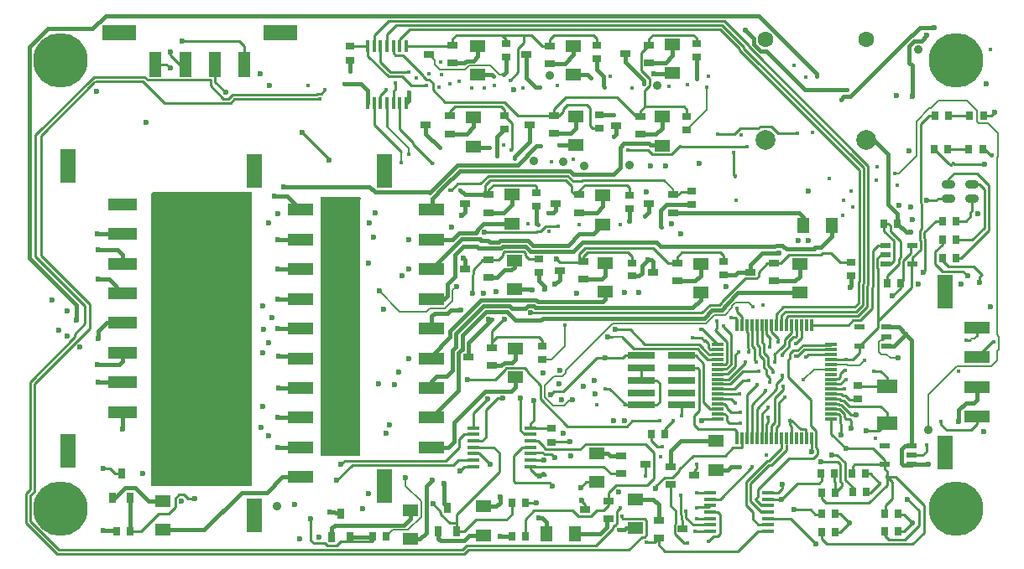
<source format=gtl>
G04 Layer_Physical_Order=1*
G04 Layer_Color=255*
%FSLAX44Y44*%
%MOMM*%
G71*
G01*
G75*
%ADD10R,1.6500X3.4300*%
%ADD11R,2.5400X1.2700*%
%ADD12R,0.9500X0.7500*%
%ADD13R,1.2600X0.3600*%
%ADD14R,1.6000X1.2000*%
%ADD15R,1.0000X0.6500*%
%ADD16R,0.8000X0.9500*%
%ADD17R,1.0000X0.6000*%
%ADD18R,2.8000X0.7500*%
%ADD19R,1.6500X3.4300*%
%ADD20R,1.2700X2.5400*%
%ADD21R,3.4300X1.6500*%
%ADD22R,0.7500X0.9500*%
%ADD23R,2.1500X1.4500*%
%ADD24R,0.9500X0.8000*%
%ADD25R,0.3000X1.2000*%
%ADD26R,1.2000X0.3000*%
%ADD27O,1.4000X0.9000*%
%ADD28R,0.6500X1.0000*%
%ADD29R,0.3600X1.2600*%
%ADD30R,1.2000X1.6000*%
%ADD31R,2.9200X1.2700*%
%ADD32C,0.4000*%
%ADD33C,0.2500*%
%ADD34C,0.2000*%
%ADD35C,5.5000*%
%ADD36C,1.6000*%
%ADD37C,2.0000*%
%ADD38C,0.4500*%
%ADD39C,0.9000*%
%ADD40C,0.6000*%
%ADD41C,0.5400*%
G36*
X492750Y322500D02*
X391500D01*
X391251Y618585D01*
X392665Y620000D01*
X492750D01*
Y322500D01*
D02*
G37*
G36*
X603152Y613152D02*
X602500Y612500D01*
Y353000D01*
X562500D01*
Y614750D01*
X562750Y615000D01*
X602387D01*
X603152Y613152D01*
D02*
G37*
D10*
X495200Y292950D02*
D03*
Y640850D02*
D03*
X626950Y322950D02*
D03*
Y640850D02*
D03*
X307850Y646600D02*
D03*
Y358700D02*
D03*
D11*
X448200Y331900D02*
D03*
Y361900D02*
D03*
Y391900D02*
D03*
Y421900D02*
D03*
Y451900D02*
D03*
Y481900D02*
D03*
Y511900D02*
D03*
Y541900D02*
D03*
Y571900D02*
D03*
Y601900D02*
D03*
X542200Y331900D02*
D03*
Y361900D02*
D03*
Y391900D02*
D03*
Y421900D02*
D03*
Y451900D02*
D03*
Y481900D02*
D03*
Y511900D02*
D03*
Y541900D02*
D03*
Y571900D02*
D03*
Y601900D02*
D03*
X1224450Y483150D02*
D03*
Y453150D02*
D03*
Y423150D02*
D03*
Y393150D02*
D03*
X579950Y361900D02*
D03*
Y391900D02*
D03*
Y421900D02*
D03*
Y451900D02*
D03*
Y481900D02*
D03*
Y511900D02*
D03*
Y541900D02*
D03*
Y571900D02*
D03*
Y601900D02*
D03*
X673950Y361900D02*
D03*
Y391900D02*
D03*
Y421900D02*
D03*
Y451900D02*
D03*
Y481900D02*
D03*
Y511900D02*
D03*
Y541900D02*
D03*
Y571900D02*
D03*
Y601900D02*
D03*
D12*
X795250Y367000D02*
D03*
Y381500D02*
D03*
X591750Y753250D02*
D03*
Y767750D02*
D03*
D13*
X716000Y381500D02*
D03*
Y375000D02*
D03*
Y368500D02*
D03*
Y362000D02*
D03*
Y355500D02*
D03*
Y349000D02*
D03*
Y342500D02*
D03*
X774000Y381500D02*
D03*
Y375000D02*
D03*
Y368500D02*
D03*
Y362000D02*
D03*
Y355500D02*
D03*
Y349000D02*
D03*
Y342500D02*
D03*
X955250Y316250D02*
D03*
Y309750D02*
D03*
Y303250D02*
D03*
Y296750D02*
D03*
Y290250D02*
D03*
Y283750D02*
D03*
Y277250D02*
D03*
X1013250Y316250D02*
D03*
Y309750D02*
D03*
Y303250D02*
D03*
Y296750D02*
D03*
Y290250D02*
D03*
Y283750D02*
D03*
Y277250D02*
D03*
D14*
X403500Y307750D02*
D03*
Y278750D02*
D03*
X880000Y309750D02*
D03*
Y280750D02*
D03*
X961500Y368250D02*
D03*
Y339250D02*
D03*
X716500Y695000D02*
D03*
Y666000D02*
D03*
X721000Y767500D02*
D03*
Y738500D02*
D03*
X817500Y767500D02*
D03*
Y738500D02*
D03*
X917250Y769000D02*
D03*
Y740000D02*
D03*
X819750Y696500D02*
D03*
Y667500D02*
D03*
X906500Y696000D02*
D03*
Y667000D02*
D03*
X755250Y617250D02*
D03*
Y588250D02*
D03*
X847000Y616250D02*
D03*
Y587250D02*
D03*
X757500Y550750D02*
D03*
Y521750D02*
D03*
X849750Y548250D02*
D03*
Y519250D02*
D03*
X945500Y547500D02*
D03*
Y518500D02*
D03*
X759000Y461750D02*
D03*
Y432750D02*
D03*
X1045500Y547250D02*
D03*
Y518250D02*
D03*
X652500Y298500D02*
D03*
Y269500D02*
D03*
X841250Y356000D02*
D03*
Y327000D02*
D03*
X726750Y273250D02*
D03*
Y302250D02*
D03*
D15*
X799500Y608250D02*
D03*
X823500Y617250D02*
D03*
Y599250D02*
D03*
X865750Y353500D02*
D03*
Y335500D02*
D03*
X889750Y344500D02*
D03*
X903500Y288500D02*
D03*
Y270500D02*
D03*
X927500Y279500D02*
D03*
X939500Y333750D02*
D03*
X915500Y324750D02*
D03*
Y342750D02*
D03*
X852750Y290000D02*
D03*
Y308000D02*
D03*
X828750Y299000D02*
D03*
X692500Y678750D02*
D03*
Y696750D02*
D03*
X668500Y687750D02*
D03*
X671500Y759250D02*
D03*
X695500Y768250D02*
D03*
Y750250D02*
D03*
X793750Y749500D02*
D03*
Y767500D02*
D03*
X769750Y758500D02*
D03*
X869750Y759500D02*
D03*
X893750Y768500D02*
D03*
Y750500D02*
D03*
X797500Y679000D02*
D03*
Y697000D02*
D03*
X773500Y688000D02*
D03*
X860750Y687250D02*
D03*
X884750Y696250D02*
D03*
Y678250D02*
D03*
X731750Y599250D02*
D03*
Y617250D02*
D03*
X707750Y608250D02*
D03*
X917500Y599250D02*
D03*
Y617250D02*
D03*
X893500Y608250D02*
D03*
X707750Y542500D02*
D03*
X731750Y551500D02*
D03*
Y533500D02*
D03*
X827250Y531750D02*
D03*
Y549750D02*
D03*
X803250Y540750D02*
D03*
X898000Y539000D02*
D03*
X922000Y548000D02*
D03*
Y530000D02*
D03*
X1019750D02*
D03*
Y548000D02*
D03*
X995750Y539000D02*
D03*
X711250Y453500D02*
D03*
X735250Y462500D02*
D03*
Y444500D02*
D03*
D16*
X1144250Y588250D02*
D03*
X1130750D02*
D03*
X1133500Y527500D02*
D03*
X1147000D02*
D03*
X1145000Y294750D02*
D03*
X1131500D02*
D03*
X1145000Y276750D02*
D03*
X1131500D02*
D03*
X1081250Y276000D02*
D03*
X1067750D02*
D03*
X1081250Y295000D02*
D03*
X1067750D02*
D03*
X1112000Y335250D02*
D03*
X1098500D02*
D03*
X1112250Y317250D02*
D03*
X1098750D02*
D03*
X1081250Y316250D02*
D03*
X1067750D02*
D03*
X1080500Y335250D02*
D03*
X1067000D02*
D03*
X1181750Y697000D02*
D03*
X1195250D02*
D03*
X1181500Y663250D02*
D03*
X1195000D02*
D03*
X1203000Y571750D02*
D03*
X1189500D02*
D03*
X1203000Y590750D02*
D03*
X1189500D02*
D03*
Y553250D02*
D03*
X1203000D02*
D03*
X615000Y271750D02*
D03*
X628500D02*
D03*
X896250Y375750D02*
D03*
X909750D02*
D03*
X755000Y305750D02*
D03*
X768500D02*
D03*
Y272250D02*
D03*
X755000D02*
D03*
X370000Y277250D02*
D03*
X356500D02*
D03*
D17*
X1159250Y566250D02*
D03*
Y547250D02*
D03*
X1132250D02*
D03*
Y556750D02*
D03*
Y566250D02*
D03*
X1133000Y464500D02*
D03*
Y474000D02*
D03*
Y483500D02*
D03*
X1106000D02*
D03*
Y464500D02*
D03*
X1158500Y344500D02*
D03*
Y354000D02*
D03*
Y363500D02*
D03*
X1131500D02*
D03*
Y344500D02*
D03*
D18*
X885750Y454751D02*
D03*
Y442251D02*
D03*
Y429751D02*
D03*
Y417251D02*
D03*
Y404751D02*
D03*
X926750Y454751D02*
D03*
Y442251D02*
D03*
Y429751D02*
D03*
Y417251D02*
D03*
Y404751D02*
D03*
D19*
X1192450Y356800D02*
D03*
Y519500D02*
D03*
D20*
X485650Y749050D02*
D03*
X455650D02*
D03*
X425650D02*
D03*
X395650D02*
D03*
D21*
X359300Y781050D02*
D03*
X522000D02*
D03*
D22*
X1216500Y697000D02*
D03*
X1231000D02*
D03*
X1216250Y663250D02*
D03*
X1230750D02*
D03*
D23*
X1133500Y386250D02*
D03*
Y423250D02*
D03*
D24*
X1104000Y410750D02*
D03*
Y424250D02*
D03*
X747750Y697250D02*
D03*
Y683750D02*
D03*
X749500Y769750D02*
D03*
Y756250D02*
D03*
X841000Y768500D02*
D03*
Y755000D02*
D03*
X941750Y770000D02*
D03*
Y756500D02*
D03*
X843250Y684500D02*
D03*
Y698000D02*
D03*
X931500Y696500D02*
D03*
Y683000D02*
D03*
X780000Y619500D02*
D03*
Y606000D02*
D03*
X874250Y616500D02*
D03*
Y603000D02*
D03*
X936250Y620750D02*
D03*
Y607250D02*
D03*
X782750Y552250D02*
D03*
Y538750D02*
D03*
X876750Y548500D02*
D03*
Y535000D02*
D03*
X969000Y549500D02*
D03*
Y536000D02*
D03*
X785750Y464000D02*
D03*
Y450500D02*
D03*
X1097750Y548750D02*
D03*
Y535250D02*
D03*
D25*
X1057250Y371000D02*
D03*
X1052250D02*
D03*
X1047250D02*
D03*
X1042250D02*
D03*
X1037250D02*
D03*
X1032250D02*
D03*
X1027250D02*
D03*
X1022250D02*
D03*
X1017250D02*
D03*
X1012250D02*
D03*
X1007250D02*
D03*
X1002250D02*
D03*
X997250D02*
D03*
X992250D02*
D03*
X987250D02*
D03*
X982250D02*
D03*
Y485500D02*
D03*
X987250D02*
D03*
X992250D02*
D03*
X997250D02*
D03*
X1002250D02*
D03*
X1007250D02*
D03*
X1012250D02*
D03*
X1017250D02*
D03*
X1022250D02*
D03*
X1027250D02*
D03*
X1032250D02*
D03*
X1037250D02*
D03*
X1042250D02*
D03*
X1047250D02*
D03*
X1052250D02*
D03*
X1057250D02*
D03*
D26*
X962500Y390750D02*
D03*
Y395750D02*
D03*
Y400750D02*
D03*
Y405750D02*
D03*
Y410750D02*
D03*
Y415750D02*
D03*
Y420750D02*
D03*
Y425750D02*
D03*
Y430750D02*
D03*
Y435750D02*
D03*
Y440750D02*
D03*
Y445750D02*
D03*
Y450750D02*
D03*
Y455750D02*
D03*
Y460750D02*
D03*
Y465750D02*
D03*
X1077000D02*
D03*
Y460750D02*
D03*
Y455750D02*
D03*
Y450750D02*
D03*
Y445750D02*
D03*
Y440750D02*
D03*
Y435750D02*
D03*
Y430750D02*
D03*
Y425750D02*
D03*
Y420750D02*
D03*
Y415750D02*
D03*
Y410750D02*
D03*
Y405750D02*
D03*
Y400750D02*
D03*
Y395750D02*
D03*
Y390750D02*
D03*
D27*
X1196000Y628000D02*
D03*
Y613000D02*
D03*
X1219000Y628000D02*
D03*
Y613000D02*
D03*
D28*
X361250Y335250D02*
D03*
X370250Y311250D02*
D03*
X352250D02*
D03*
X681250Y276750D02*
D03*
X699250D02*
D03*
X690250Y300750D02*
D03*
X582750Y295250D02*
D03*
X591750Y271250D02*
D03*
X573750D02*
D03*
D29*
X609750Y709750D02*
D03*
X616250D02*
D03*
X622750D02*
D03*
X629250D02*
D03*
X635750D02*
D03*
X642250D02*
D03*
X648750D02*
D03*
X609750Y767750D02*
D03*
X616250D02*
D03*
X622750D02*
D03*
X629250D02*
D03*
X635750D02*
D03*
X642250D02*
D03*
X648750D02*
D03*
D30*
X1048750Y586250D02*
D03*
X1077750D02*
D03*
X819250Y274250D02*
D03*
X790250D02*
D03*
D31*
X408850Y607650D02*
D03*
Y577650D02*
D03*
Y547650D02*
D03*
Y517650D02*
D03*
Y487650D02*
D03*
Y457650D02*
D03*
Y427650D02*
D03*
Y397650D02*
D03*
X362650Y607650D02*
D03*
Y577650D02*
D03*
Y547650D02*
D03*
Y517650D02*
D03*
Y487650D02*
D03*
Y457650D02*
D03*
Y427650D02*
D03*
Y397650D02*
D03*
D32*
X780033Y666283D02*
X784538D01*
X761250Y647500D02*
X780033Y666283D01*
X700115Y647500D02*
X761250D01*
X868186Y669000D02*
X893328D01*
X895078Y667250D01*
X903750D01*
X702600Y641500D02*
X813789D01*
X817257Y638032D01*
X857532D01*
X864500Y645000D01*
X686000Y624899D02*
X702600Y641500D01*
X991000Y783250D02*
X999000Y775250D01*
X847250Y727327D02*
X848541Y726035D01*
X847250Y727327D02*
Y737000D01*
X841000Y743250D02*
X847250Y737000D01*
X841000Y743250D02*
Y755000D01*
X773250Y670500D02*
Y687750D01*
X758250Y655500D02*
X773250Y670500D01*
X758287Y653782D02*
Y655463D01*
X758250Y655500D02*
X758287Y655463D01*
X769750Y735000D02*
Y758500D01*
X749500Y740750D02*
Y756250D01*
X731064Y571250D02*
X733064Y569250D01*
X811848Y566250D02*
X823098Y577500D01*
X817161Y560250D02*
X826411Y569500D01*
X706186Y564750D02*
X719623D01*
X697750Y556314D02*
X706186Y564750D01*
X719623D02*
X721123Y563250D01*
X905250Y585000D02*
X906000Y584250D01*
X905250Y585000D02*
Y601750D01*
X1096500Y523750D02*
X1097750Y525000D01*
X617043Y619700D02*
X671915D01*
X611493Y625250D02*
X617043Y619700D01*
X362650Y380600D02*
X362750Y380500D01*
X362650Y380600D02*
Y397650D01*
X528100Y616000D02*
X542200Y601900D01*
X515500Y616000D02*
X528100D01*
X524750Y625250D02*
X611493D01*
X519250Y571750D02*
X542050D01*
X542200Y571900D01*
X843250Y698000D02*
X858000D01*
X779000Y725750D02*
X783250D01*
X858000Y676000D02*
X860750Y678750D01*
X917250Y757750D02*
Y769000D01*
X910000Y750500D02*
X917250Y757750D01*
X893750Y750500D02*
X910000D01*
X739750Y657068D02*
X740286Y656532D01*
X802500Y667500D02*
X819750D01*
X797500Y679000D02*
X814750D01*
X819750Y684000D01*
X721000Y757250D02*
Y767500D01*
X609750Y709750D02*
Y722750D01*
X721000Y738500D02*
X735000D01*
X739750Y675750D02*
X747750Y683750D01*
X906500Y684250D02*
Y696000D01*
X900500Y678250D02*
X906500Y684250D01*
X1051000Y723250D02*
X1093500D01*
X1012000Y762250D02*
X1051000Y723250D01*
X1006030Y762250D02*
X1012000D01*
X999000Y769279D02*
X1006030Y762250D01*
X1158250Y344250D02*
X1158500Y344500D01*
X1149750Y344250D02*
X1158250D01*
X1148250Y345750D02*
X1149750Y344250D01*
X1148250Y345750D02*
Y359750D01*
X1152000Y363500D01*
X1158500D01*
Y470500D01*
X1152750Y476250D02*
X1158500Y470500D01*
X1133000Y483500D02*
X1145500D01*
X1152750Y476250D01*
X1133000Y464500D02*
X1141000D01*
X1152750Y476250D01*
X542100Y482000D02*
X542200Y481900D01*
X519500Y482000D02*
X542100D01*
X542100Y512000D02*
X542200Y511900D01*
X519500Y512000D02*
X542100D01*
X542050Y541750D02*
X542200Y541900D01*
X519250Y541750D02*
X542050D01*
X362500Y457500D02*
X362650Y457650D01*
X362500Y448750D02*
Y457500D01*
X359250Y445500D02*
X362500Y448750D01*
X337000Y445250D02*
X359250Y445500D01*
X362550Y427750D02*
X362650Y427650D01*
X337750Y427750D02*
X362550D01*
X758625Y490774D02*
X784524D01*
X750399Y499000D02*
X758625Y490774D01*
X755385Y502500D02*
X769114D01*
X752885Y505000D02*
X755385Y502500D01*
X731536Y491524D02*
X734726D01*
X729880Y498750D02*
X745620D01*
X729630Y499000D02*
X729880Y498750D01*
X729112Y499000D02*
X729630D01*
X705000Y474888D02*
X729112Y499000D01*
X732365Y504750D02*
X743135D01*
X732115Y505000D02*
X732365Y504750D01*
X726627Y505000D02*
X732115D01*
X699000Y477373D02*
X726627Y505000D01*
X740899Y511000D02*
X779447D01*
X740649Y510750D02*
X740899Y511000D01*
X734850Y510750D02*
X740649D01*
X734601Y511000D02*
X734850Y510750D01*
X724142Y511000D02*
X734601D01*
X693000Y479858D02*
X724142Y511000D01*
X693000Y473500D02*
Y479858D01*
X699000Y463642D02*
Y477373D01*
X705000Y460850D02*
Y474888D01*
X734726Y491524D02*
X734750Y491500D01*
X775250Y521750D02*
X776000Y521000D01*
X711250Y468000D02*
X734750Y491500D01*
X745870Y499000D02*
X750399D01*
X743385Y505000D02*
X752885D01*
X686534Y304967D02*
Y325766D01*
X519250Y362000D02*
X519350Y361900D01*
X542200D01*
X482500Y316500D02*
X508250D01*
X444750Y278750D02*
X482500Y316500D01*
X403500Y278750D02*
X444750D01*
X508250Y316500D02*
X523650Y331900D01*
X542200D01*
X695500Y440000D02*
Y460142D01*
X701500Y419450D02*
Y457657D01*
X674750Y602700D02*
Y613500D01*
X717250Y665250D02*
X717282Y665283D01*
X769750Y735000D02*
X779000Y725750D01*
X703250Y622000D02*
X708000Y617250D01*
X576250Y296500D02*
X577250Y295500D01*
X686534Y304967D02*
X690500Y301000D01*
X945000Y519000D02*
X945500Y518500D01*
X711250Y453500D02*
Y468000D01*
X759000Y450500D02*
Y461750D01*
X1048750Y586250D02*
Y595000D01*
X1044500Y599250D02*
X1048750Y595000D01*
X917500Y599250D02*
X1044500D01*
X841250Y356000D02*
X851500D01*
X854000Y353500D02*
X865750D01*
X851500Y356000D02*
X854000Y353500D01*
X652500Y289750D02*
Y298500D01*
X573750Y271250D02*
Y280250D01*
X712500Y273250D02*
X726750D01*
X681250Y269750D02*
Y276750D01*
X819250Y274250D02*
X844000D01*
X903500Y288500D02*
Y304250D01*
X898000Y309750D02*
X903500Y304250D01*
X880000Y309750D02*
X898000D01*
X925500Y368250D02*
X961500D01*
X915500Y358250D02*
X925500Y368250D01*
X915500Y342750D02*
Y358250D01*
X354929Y311250D02*
X364929Y321250D01*
X352250Y311250D02*
X354929D01*
X370000Y277250D02*
Y311000D01*
X591750Y271250D02*
X614500D01*
X615000Y271750D01*
X793750Y749500D02*
X808500D01*
X817500Y758500D01*
Y767500D01*
Y738500D02*
X831500D01*
X906500Y739500D02*
X916750D01*
X917250Y740000D01*
X995750Y539000D02*
Y546250D01*
X1007750Y558250D01*
X1025000D01*
X969000Y536000D02*
X980250D01*
X983250Y539000D01*
X995750D01*
X692500Y678750D02*
X709500D01*
X716500Y685750D01*
Y695000D01*
Y666000D02*
X717250Y665250D01*
X819750Y684000D02*
Y696500D01*
X731750Y599250D02*
X746750D01*
X755250Y607750D01*
Y617250D01*
X841000Y599250D02*
X847000Y605250D01*
Y616250D01*
X708000Y617250D02*
X731750D01*
X704250Y596000D02*
X707750Y599500D01*
Y608250D01*
X874250Y590500D02*
Y603000D01*
X910750Y607250D02*
X936250D01*
X905250Y601750D02*
X910750Y607250D01*
X668500Y678500D02*
Y687750D01*
X773250Y687750D02*
X773500Y688000D01*
X860750Y678750D02*
Y687250D01*
X922000Y530000D02*
X940250D01*
X945500Y535250D01*
Y547500D01*
X1019750Y530000D02*
X1040750D01*
X1045500Y534750D01*
Y547250D01*
X706000Y553250D02*
X708000Y551250D01*
Y542750D02*
Y551250D01*
X707750Y542500D02*
X708000Y542750D01*
X788500Y521750D02*
Y524750D01*
X782750Y530500D02*
X788500Y524750D01*
X782750Y530500D02*
Y538750D01*
X798500Y526750D02*
X803250Y531500D01*
Y540750D01*
X849250Y518750D02*
X849750Y519250D01*
X876750Y535000D02*
X883500D01*
X886250Y537750D01*
Y545500D01*
X892250Y551500D01*
X896000D01*
X898000Y549500D01*
Y539000D02*
Y549500D01*
X827250Y531750D02*
X846250D01*
X849750Y535250D01*
Y548250D01*
X1224450Y423150D02*
X1224500Y423100D01*
X1158500Y344500D02*
X1174500D01*
X961500Y339250D02*
X972750D01*
X870250Y280750D02*
X880000D01*
X786000Y291000D02*
X790250Y286750D01*
Y274250D02*
Y286750D01*
X726750Y302250D02*
X739500D01*
X743500Y306250D01*
X577250Y295500D02*
X582500D01*
X582750Y295250D01*
X652500Y269500D02*
X662500D01*
X690250Y300750D02*
X690500Y301000D01*
X743500Y272250D02*
X755000D01*
X884750Y678250D02*
X900500D01*
X735250Y444500D02*
X744729D01*
X747479Y447250D01*
X755750D01*
X759000Y450500D01*
X673950Y361900D02*
X691150D01*
X696750Y367500D01*
Y386899D01*
X728600Y418750D01*
X754750D02*
X759000Y423000D01*
X728600Y418750D02*
X754750D01*
X759000Y423000D02*
Y432750D01*
X945500Y510750D02*
Y518500D01*
X784524Y490774D02*
X786274Y492524D01*
X673950Y428450D02*
X679500Y434000D01*
X673950Y421900D02*
Y428450D01*
X769114Y502500D02*
X771388Y504774D01*
X673950Y391900D02*
X701500Y419450D01*
X679500Y434000D02*
X689500D01*
X695500Y440000D01*
X704593Y460750D02*
X704900D01*
X705000Y460850D01*
X701500Y457657D02*
X704593Y460750D01*
X695500Y460142D02*
X699000Y463642D01*
X849750Y511750D02*
Y519250D01*
X847024Y509024D02*
X849750Y511750D01*
X781423Y509024D02*
X847024D01*
X771388Y504774D02*
X777187D01*
X743135Y504750D02*
X743385Y505000D01*
X745620Y498750D02*
X745870Y499000D01*
X779447Y511000D02*
X781423Y509024D01*
X673950Y454450D02*
X693000Y473500D01*
X673950Y451900D02*
Y454450D01*
X757500Y521750D02*
X775250D01*
X673950Y481900D02*
Y494450D01*
X1077750Y575000D02*
Y586250D01*
X1067000Y564250D02*
X1077750Y575000D01*
X1061314Y564250D02*
X1067000D01*
X1059814Y562750D02*
X1061314Y564250D01*
X1031814Y562750D02*
X1059814D01*
X1028314Y566250D02*
X1031814Y562750D01*
X1021686Y566250D02*
X1028314D01*
X1020686Y565250D02*
X1021686Y566250D01*
X904839Y565250D02*
X1020686D01*
X690250Y527250D02*
X697750Y534750D01*
X690250Y515250D02*
Y527250D01*
X686900Y511900D02*
X690250Y515250D01*
X673950Y511900D02*
X686900D01*
X823500Y599250D02*
X841000D01*
X826411Y569500D02*
X900589D01*
X904839Y565250D01*
X837250Y577500D02*
X847000Y587250D01*
X823098Y577500D02*
X837250D01*
X722936Y572750D02*
X724436Y571250D01*
X731064D01*
X777187Y504774D02*
X778937Y503024D01*
X903750Y667250D02*
X906500Y670000D01*
X673950Y601900D02*
X674750Y602700D01*
X364929Y321250D02*
X375500D01*
X389000Y307750D01*
X403500D01*
X571500Y296500D02*
X576250D01*
X782250Y291000D02*
X786000D01*
X743500Y306250D02*
Y312000D01*
X519775Y454522D02*
X539578D01*
X542200Y451900D01*
X348550Y531750D02*
X362650Y517650D01*
X338000Y531750D02*
X348550D01*
X362650Y547650D02*
Y556600D01*
X337150Y577650D02*
X362650D01*
X337000Y577500D02*
X337150Y577650D01*
X874029Y590279D02*
X874250Y590500D01*
X873043Y590279D02*
X874029D01*
X671915Y619700D02*
X672115Y619500D01*
X780000Y588241D02*
Y606000D01*
Y588241D02*
X781491Y586750D01*
X781500D01*
X791789Y598529D02*
X796779D01*
X799500Y601250D01*
Y608250D01*
X686000Y624750D02*
Y624899D01*
X674750Y613500D02*
X686000Y624750D01*
X672115Y619500D02*
X700115Y647500D01*
X697750Y534750D02*
Y556314D01*
X999000Y769279D02*
Y775250D01*
X1063000Y736750D02*
Y739221D01*
X337750Y561750D02*
X357500D01*
X362650Y556600D01*
X1090000Y716250D02*
X1096400D01*
X673950Y541900D02*
X704800Y572750D01*
X722936D01*
X673950Y571900D02*
X695465D01*
X702315Y578750D01*
X718750D01*
X720750Y580750D01*
Y582150D01*
X726601Y588000D01*
X755000D01*
X673950Y494450D02*
X677050Y497550D01*
X689964D01*
X693188Y500774D01*
X703534D01*
X668500Y678500D02*
X682250Y664750D01*
X1097750Y525000D02*
Y535250D01*
X346150Y487650D02*
X362650D01*
X338250Y479750D02*
X346150Y487650D01*
X338250Y471500D02*
Y479750D01*
X972750Y339250D02*
X976267Y342767D01*
X941750Y734250D02*
Y756500D01*
X831500Y738500D02*
X834750Y735250D01*
X1087000Y713250D02*
X1090000Y716250D01*
X739750Y657068D02*
Y675750D01*
X717282Y665283D02*
X732536D01*
X864500Y665314D02*
X868186Y669000D01*
X864500Y645000D02*
Y665314D01*
X778937Y503024D02*
X937774D01*
X945500Y510750D01*
X786274Y492524D02*
X948991D01*
X906250Y739250D02*
X906500Y739500D01*
X1144250Y588250D02*
X1153250Y579250D01*
X1157250D01*
X1144250Y588250D02*
Y597850D01*
X1134750Y607351D02*
X1144250Y597850D01*
X1112600Y672650D02*
X1120100D01*
X1134750Y641875D02*
X1135000Y642125D01*
X1134750Y607351D02*
Y641875D01*
X1224500Y410250D02*
Y423100D01*
X1213000Y407000D02*
X1221250D01*
X1224500Y410250D01*
X1206000Y400000D02*
X1213000Y407000D01*
X1206000Y388000D02*
Y400000D01*
X519750Y422000D02*
X542100D01*
X542200Y421900D01*
X519250Y392000D02*
X542100D01*
X542200Y391900D01*
X1003971Y798250D02*
X1063000Y739221D01*
X976267Y342767D02*
X984798D01*
X345443Y798250D02*
X1003971D01*
X331943Y784750D02*
X345443Y798250D01*
X893500Y599750D02*
Y608250D01*
X889250Y595500D02*
X893500Y599750D01*
X948991Y492524D02*
X957241Y500774D01*
X983528Y518250D02*
X1045500D01*
X957241Y500774D02*
X966874D01*
X268500Y553250D02*
X315750Y506000D01*
X844000Y274250D02*
X851292Y281542D01*
X862542Y279014D02*
X868514D01*
X851292Y288542D02*
X852750Y290000D01*
X851292Y281542D02*
Y288542D01*
X868514Y279014D02*
X870250Y280750D01*
X681250Y269750D02*
X683250Y267750D01*
X707000D01*
X712500Y273250D01*
X315750Y490500D02*
Y506000D01*
X268500Y553250D02*
Y766298D01*
X286952Y784750D01*
X331943D01*
X591750Y742250D02*
Y753250D01*
X648750Y709750D02*
X651032Y712032D01*
Y721035D01*
X603000Y729500D02*
X609750Y722750D01*
X586000Y729500D02*
X603000D01*
X745979Y565250D02*
X769021D01*
X743494Y571250D02*
X771506D01*
X776506Y566250D01*
X811848D01*
X741494Y569250D02*
X743494Y571250D01*
X774021Y560250D02*
X817161D01*
X769021Y565250D02*
X774021Y560250D01*
X733064Y569250D02*
X741494D01*
X721123Y563250D02*
X743979D01*
X745979Y565250D01*
X754578Y541078D02*
X757500Y544000D01*
Y550750D01*
X731750Y533500D02*
X740000D01*
X747578Y541078D01*
X754578D01*
X662500Y269500D02*
X668750Y275750D01*
Y322500D01*
X675000Y328750D01*
X646250Y283500D02*
X652500Y289750D01*
X577000Y283500D02*
X646250D01*
X573750Y280250D02*
X577000Y283500D01*
X695500Y750250D02*
X707436D01*
X709686Y752500D01*
X716250D01*
X721000Y757250D01*
X1135000Y642125D02*
Y657750D01*
X1120100Y672650D02*
X1135000Y657750D01*
X1166438Y786288D02*
X1181558D01*
X1156250Y767771D02*
X1161229Y772750D01*
X1168271D01*
X1096400Y716250D02*
X1150250Y770100D01*
Y770256D01*
X1158744Y778750D01*
X1158900D01*
X1166438Y786288D01*
X1156250Y750798D02*
Y767771D01*
Y750798D02*
X1159500Y747548D01*
Y716750D02*
Y747548D01*
X1168271Y772750D02*
X1173807Y778287D01*
Y778538D01*
X869750Y751500D02*
Y759500D01*
Y751500D02*
X888500Y732750D01*
Y729500D02*
Y732750D01*
X905964Y739536D02*
X906250Y739250D01*
X898044Y739536D02*
X905964D01*
X735000Y738500D02*
X736500Y737000D01*
X747287Y738536D02*
X749500Y740750D01*
X966874Y500774D02*
X972298Y506197D01*
Y507020D01*
X983528Y518250D01*
X356000Y277750D02*
X356500Y277250D01*
X343000Y277750D02*
X356000D01*
D33*
X892871Y662032D02*
X897154Y657750D01*
X871793Y662032D02*
X892871D01*
X826886Y631750D02*
X908750D01*
X909750Y630750D01*
X825886D02*
X826886Y631750D01*
X817114Y630750D02*
X825886D01*
X811614Y636250D02*
X817114Y630750D01*
X871250Y627250D02*
X874250Y624250D01*
X828750Y627250D02*
X871250D01*
X823500Y622000D02*
X828750Y627250D01*
X423000Y772500D02*
X480000D01*
X754250Y662500D02*
X755750Y664000D01*
Y689096D01*
X747750Y697096D02*
X755750Y689096D01*
X747750Y697096D02*
Y697250D01*
X767000Y778500D02*
X774500D01*
X745500D02*
X767000D01*
Y770500D02*
Y778500D01*
X761500Y765000D02*
X767000Y770500D01*
X761500Y741000D02*
Y765000D01*
X644957Y758200D02*
X665500Y737657D01*
X637750Y758200D02*
X644957D01*
X635750Y760200D02*
X637750Y758200D01*
X979048Y636798D02*
Y660032D01*
X979000Y636750D02*
X979048Y636798D01*
X926064Y665533D02*
X992298D01*
X924846Y666750D02*
X926064Y665533D01*
X985472Y684000D02*
X1003612D01*
X979722Y678250D02*
X985472Y684000D01*
X962500Y678250D02*
X979722D01*
X1173557Y357807D02*
Y364768D01*
X586750Y348500D02*
X688500D01*
X582750Y344500D02*
X586750Y348500D01*
X688500D02*
X702000Y362000D01*
X578766Y328516D02*
X594250Y344000D01*
X578528Y328516D02*
X578766D01*
X582767Y344517D02*
X582778D01*
X594250Y344000D02*
X696250D01*
X701250Y349000D01*
X409096Y294750D02*
X415750Y301404D01*
Y310339D01*
X419411Y314000D02*
X424589D01*
X415750Y310339D02*
X419411Y314000D01*
X424589D02*
X428339Y310250D01*
X435500D01*
X466500Y720500D02*
X467000D01*
X480000Y772500D02*
X485500Y767000D01*
X395650Y749050D02*
X406700D01*
X928750Y706000D02*
X931500Y703250D01*
X889000Y706000D02*
X928750D01*
X884750Y701750D02*
X889000Y706000D01*
X747596Y710750D02*
X761346Y697000D01*
X747750Y697250D02*
Y702750D01*
X744250Y706250D02*
X747750Y702750D01*
X861500Y715500D02*
X880750Y696250D01*
X809500Y715500D02*
X861500D01*
X797500Y703500D02*
X809500Y715500D01*
X797500Y697000D02*
Y703500D01*
X761346Y697000D02*
X797500D01*
X807250Y704000D02*
X811000Y707750D01*
X830750D01*
X931500Y696500D02*
Y703250D01*
X830750Y707750D02*
X833750Y704750D01*
Y687250D02*
Y704750D01*
X731386Y636250D02*
X811614D01*
X733250Y631750D02*
X809750D01*
X736500Y627250D02*
X778500D01*
X815750Y620000D02*
Y625750D01*
X809750Y631750D02*
X815750Y625750D01*
X915846Y657750D02*
X924846Y666750D01*
X989250Y765241D02*
X1110250Y644241D01*
X989250Y765241D02*
Y766614D01*
X984750Y763377D02*
Y764750D01*
X993750Y767105D02*
X1114750Y646105D01*
X993750Y767105D02*
Y768478D01*
X1130750Y580346D02*
X1140500Y570596D01*
X1137500Y547250D02*
X1140500Y550250D01*
Y570596D01*
X1131500Y547250D02*
X1137500D01*
X1218000Y599839D02*
X1219000Y600839D01*
X1218000Y595750D02*
Y599839D01*
X1213000Y590750D02*
X1218000Y595750D01*
X1226750Y628000D02*
X1231750Y623000D01*
Y584000D02*
Y623000D01*
X1219500Y571750D02*
X1231750Y584000D01*
X1219000Y600839D02*
Y613000D01*
X747024Y491524D02*
X747536D01*
X735250Y479750D02*
X747024Y491524D01*
X735250Y468750D02*
Y479750D01*
X733286Y344517D02*
Y344714D01*
X722500Y355500D02*
X733286Y344714D01*
X702750Y338250D02*
X707000Y342500D01*
X702000Y362000D02*
Y370000D01*
X370000Y277250D02*
X381500D01*
X693000Y622000D02*
X694411D01*
X642250Y683250D02*
X655718Y669782D01*
X700661Y628250D02*
X723386D01*
X694411Y622000D02*
X700661Y628250D01*
X789500Y585750D02*
X802000D01*
X765500Y362000D02*
X774000D01*
X756750Y353250D02*
X765500Y362000D01*
X756750Y327750D02*
Y353250D01*
X889750Y333000D02*
Y344500D01*
X974092Y430750D02*
X991048Y447706D01*
Y448272D01*
X1173750Y612000D02*
X1183500D01*
X992500Y478154D02*
Y485250D01*
Y478154D02*
X993000Y477654D01*
Y462361D02*
Y477654D01*
X1017250Y478404D02*
X1024050Y471604D01*
X971750Y447500D02*
Y468596D01*
X876839Y388500D02*
X904250D01*
X871339Y383000D02*
X876839Y388500D01*
X774000Y381500D02*
X795250D01*
X867749Y404751D02*
X885750D01*
X984500Y415750D02*
X985000Y416250D01*
X1195750Y649000D02*
X1196000Y649250D01*
X1181500Y663250D02*
X1195750Y649000D01*
X1119250Y561000D02*
X1124500Y566250D01*
X1119250Y530500D02*
Y561000D01*
X1127500Y556750D02*
X1132250D01*
X1124000Y553250D02*
X1127500Y556750D01*
X1124000Y542904D02*
Y553250D01*
Y542904D02*
X1124250Y542654D01*
Y490250D02*
Y542654D01*
X926375Y620375D02*
X935875D01*
X923250Y617250D02*
X926375Y620375D01*
X917500Y617250D02*
X923250D01*
X935875Y620375D02*
X936250Y620750D01*
X774500Y778500D02*
X785500Y767500D01*
X749500Y769750D02*
Y774500D01*
X745500Y778500D02*
X749500Y774500D01*
X941500Y340250D02*
Y344750D01*
X939500Y338250D02*
X941500Y340250D01*
X939500Y333750D02*
Y338250D01*
X828750Y299000D02*
Y304250D01*
X825750Y307250D02*
X828750Y304250D01*
X355250Y335250D02*
X361250D01*
X349750Y340750D02*
X355250Y335250D01*
X342750Y340750D02*
X349750D01*
X1131500Y294750D02*
X1132000Y295250D01*
Y303750D01*
X1138750Y310500D01*
X1158500Y354000D02*
X1169750D01*
X1184500Y613000D02*
X1196000D01*
X1231000Y697000D02*
X1238500D01*
X635750Y709750D02*
X635750Y709750D01*
X622750Y709750D02*
Y717750D01*
X1135000Y588250D02*
X1137000Y586250D01*
X1130750Y588250D02*
X1135000D01*
X1032250Y485500D02*
Y493000D01*
X616250Y778500D02*
X630750Y793000D01*
X616250Y767750D02*
Y778500D01*
X1027114Y495250D02*
X1031114Y499250D01*
X1022250Y496750D02*
X1029250Y503750D01*
X1027114Y485636D02*
X1027250Y485500D01*
X1027114Y485636D02*
Y495250D01*
X629250Y767750D02*
Y779250D01*
X1022250Y485500D02*
Y496750D01*
X897750Y778750D02*
X938500D01*
X893750Y774750D02*
X897750Y778750D01*
X893750Y768500D02*
Y774750D01*
X642250Y767750D02*
Y774000D01*
X695000Y767750D02*
X695500Y768250D01*
X648750Y767750D02*
X695000D01*
X1007000Y296750D02*
X1013250D01*
X955404Y400750D02*
X962500D01*
X926750Y442251D02*
X942249D01*
X702000Y370000D02*
X707000Y375000D01*
X716000D01*
X701250Y349000D02*
X716000D01*
X718750Y288750D02*
X749500D01*
X706750Y276750D02*
X718750Y288750D01*
X699250Y276750D02*
X706750D01*
X848000Y342500D02*
X855000Y335500D01*
X774000Y368500D02*
X781250D01*
X865750Y335500D02*
X865750Y335500D01*
X855000Y335500D02*
X865750D01*
X780000Y619500D02*
Y625750D01*
X735250Y462500D02*
Y468750D01*
X1013000Y548000D02*
X1019750D01*
X1004000Y539000D02*
X1013000Y548000D01*
X785500Y767500D02*
X793750D01*
X1176000Y697000D02*
X1181750D01*
X1201250Y638750D02*
X1224000D01*
X1196000Y633500D02*
X1201250Y638750D01*
X1196000Y628000D02*
Y633500D01*
X1124750Y483250D02*
Y489750D01*
X1106000Y464500D02*
X1124750Y483250D01*
X1195000Y663250D02*
X1216250D01*
X1195250Y697000D02*
X1216500D01*
X1224000Y638750D02*
X1236250Y626500D01*
Y581500D02*
Y626500D01*
X1208000Y553250D02*
X1236250Y581500D01*
X1203000Y553250D02*
X1208000D01*
X1219000Y628000D02*
X1226750D01*
X1203000Y571750D02*
X1219500D01*
X1203000Y590750D02*
X1213000D01*
X1099000Y450750D02*
X1106000Y457750D01*
Y464500D01*
X852750Y303500D02*
Y308000D01*
X755000Y305750D02*
X755250Y305500D01*
Y294500D02*
Y305500D01*
X749500Y288750D02*
X755250Y294500D01*
X609750Y767750D02*
X609750Y767750D01*
X591750Y767750D02*
X609750D01*
X795250Y381500D02*
X795250Y381500D01*
X785750Y464000D02*
Y470250D01*
X782250Y473750D02*
X785750Y470250D01*
X782750Y552250D02*
X783000Y552500D01*
X969000Y549500D02*
Y555500D01*
X965750Y558750D02*
X969000Y555500D01*
X926750Y558750D02*
X965750D01*
X922000Y554000D02*
X926750Y558750D01*
X922000Y548000D02*
Y554000D01*
X874250Y616500D02*
Y624250D01*
X823500Y617250D02*
Y622000D01*
X731750Y617250D02*
Y622500D01*
X692500Y696750D02*
Y701250D01*
X941750Y770000D02*
Y775500D01*
X938500Y778750D02*
X941750Y775500D01*
X841000Y768500D02*
Y775000D01*
X837250Y778750D02*
X841000Y775000D01*
X798000Y778750D02*
X837250D01*
X793750Y774500D02*
X798000Y778750D01*
X793750Y767500D02*
Y774500D01*
X699250Y778500D02*
X745500D01*
X695500Y774750D02*
X699250Y778500D01*
X695500Y768250D02*
Y774750D01*
X1133500Y386250D02*
Y397250D01*
X1112250Y316250D02*
X1116750D01*
X1126250Y325750D01*
X1116750Y335250D02*
X1126250Y325750D01*
X1112000Y335250D02*
X1116750D01*
X1081250Y276000D02*
X1086250D01*
X1095750Y285500D01*
X1086250Y295000D02*
X1095750Y285500D01*
X1081250Y295000D02*
X1086250D01*
X1104000Y423250D02*
X1133500D01*
X1133500Y423250D01*
X1077000Y420750D02*
X1090533D01*
X1133500Y386250D02*
X1133500Y386250D01*
X1174500Y344500D02*
X1175000Y345000D01*
X1131500Y340000D02*
Y344500D01*
Y340000D02*
X1133500Y338000D01*
Y332500D02*
Y338000D01*
X1067500Y316000D02*
X1067750Y316250D01*
X1101000Y344500D02*
X1131500D01*
X1099250Y342750D02*
X1101000Y344500D01*
X1099250Y336000D02*
Y342750D01*
X1098500Y335250D02*
X1099250Y336000D01*
X1067750Y269750D02*
Y276000D01*
X1133500Y324000D02*
Y332500D01*
X1115250Y305750D02*
X1133500Y324000D01*
X1071750Y305750D02*
X1115250D01*
X1067500Y310000D02*
X1071750Y305750D01*
X1067500Y310000D02*
Y316000D01*
X1138750Y310500D02*
Y327500D01*
X1133750Y332500D02*
X1138750Y327500D01*
X1133500Y332500D02*
X1133750D01*
X1142250D01*
X1061250Y294500D02*
X1067250D01*
X1067750Y295000D01*
X1098750Y317250D02*
Y321654D01*
X1091250Y329154D02*
X1098750Y321654D01*
X1078000Y354250D02*
X1083364D01*
X1171000Y275750D02*
Y303750D01*
X1142250Y332500D02*
X1171000Y303750D01*
X1131500Y272500D02*
Y276750D01*
X1073250Y264250D02*
X1159500D01*
X1067750Y269750D02*
X1073250Y264250D01*
X1159500D02*
X1171000Y275750D01*
X1131500Y272500D02*
X1135250Y268750D01*
X1151839D01*
X1165750Y282661D01*
X1165750Y282661D02*
X1165750Y282661D01*
X1165750Y282661D02*
Y298000D01*
X1154250Y309500D02*
X1165750Y298000D01*
X1131500Y344500D02*
Y348750D01*
X1091250Y329154D02*
Y346364D01*
X1083364Y354250D02*
X1091250Y346364D01*
X1119500Y360750D02*
X1131500Y348750D01*
X485500Y749200D02*
Y767000D01*
Y749200D02*
X485650Y749050D01*
X455650Y731350D02*
Y749050D01*
X622750Y751000D02*
Y767750D01*
X815750Y620000D02*
X818500Y617250D01*
X823500D01*
X797500Y697000D02*
X803000D01*
X807250Y701250D01*
Y704000D01*
X836500Y684500D02*
X843250D01*
X833750Y687250D02*
X836500Y684500D01*
X1019750Y548000D02*
X1026250D01*
X1077250Y558000D02*
X1086250Y549000D01*
X1097500D01*
X1097750Y548750D01*
X826750Y549250D02*
X827250Y549750D01*
X872500Y559000D02*
X876750Y554750D01*
Y548500D02*
Y554750D01*
X827250Y549750D02*
Y555000D01*
X823000Y554000D02*
X827250Y549750D01*
X823000Y554000D02*
Y557250D01*
X829000Y563250D01*
X1182750Y590750D02*
X1189500D01*
Y550750D02*
Y553250D01*
Y550750D02*
X1195850Y544400D01*
X1182250Y547154D02*
X1189504Y539900D01*
X1182250Y547154D02*
Y559750D01*
X1189500Y567000D01*
Y571750D01*
X847500Y298250D02*
X852750Y303500D01*
X822404Y292500D02*
X835096D01*
X840846Y298250D02*
X847500D01*
X816654D02*
X822404Y292500D01*
X835096D02*
X840846Y298250D01*
X768500Y272250D02*
Y289000D01*
X777750Y298250D01*
X816654D01*
X707000Y342500D02*
X716000D01*
X725000Y368500D02*
X728750Y372250D01*
X716000Y368500D02*
X725000D01*
X716000Y355500D02*
X722500D01*
X764000Y378804D02*
X767804Y375000D01*
X774000D01*
X926750Y393750D02*
Y404751D01*
X926750Y393750D02*
X926750Y393750D01*
X885750Y429751D02*
Y442251D01*
Y429751D02*
X900999D01*
X904000Y426750D01*
Y407500D02*
Y426750D01*
X901251Y404751D02*
X904000Y407500D01*
X885750Y404751D02*
X901251D01*
X830250Y327000D02*
X841250D01*
X909750Y375750D02*
Y380750D01*
X774000Y339500D02*
Y342500D01*
Y339500D02*
X779500Y334000D01*
X942249Y442251D02*
X944250Y440250D01*
X1124250Y490250D02*
X1124750Y489750D01*
X1130750Y580346D02*
Y588250D01*
X1147000Y522750D02*
Y527500D01*
X1124500Y566250D02*
X1132250D01*
X1077000Y405750D02*
X1077250Y405500D01*
X1127250Y403500D02*
X1133500Y397250D01*
X1077000Y400750D02*
X1077250Y400500D01*
X1095438Y403500D02*
X1127250D01*
X1095552Y409750D02*
X1104000D01*
X1077000Y395750D02*
X1077250Y395500D01*
X1077000Y430750D02*
X1077250Y431000D01*
X1052000Y371250D02*
X1052250Y371000D01*
X1037250D02*
Y383000D01*
X1035500Y384750D02*
X1037250Y383000D01*
X1035500Y384750D02*
Y390750D01*
X1014000Y387000D02*
Y391750D01*
X1054000Y455500D02*
X1076750D01*
X1077000Y455750D01*
X1076750Y460500D02*
X1077000Y460750D01*
X1076750Y465500D02*
X1077000Y465750D01*
X1047250Y473000D02*
Y485500D01*
X1012250Y476000D02*
Y485500D01*
X1007250D02*
X1007500Y485250D01*
X1017250Y478404D02*
Y485500D01*
X997250D02*
X997500Y485250D01*
X992250Y485500D02*
X992500Y485250D01*
X948750Y407404D02*
X955404Y400750D01*
X948750Y407404D02*
Y446500D01*
X954040Y455750D02*
X962500D01*
X952676Y450750D02*
X962500D01*
X953250Y462904D02*
Y466500D01*
Y462904D02*
X955154Y461000D01*
X962250D01*
X962500Y465750D02*
Y466089D01*
Y445750D02*
X970000D01*
X962750Y441000D02*
X971614D01*
X962500Y440750D02*
X962750Y441000D01*
X962500Y435750D02*
X962750Y436000D01*
X972978D01*
X980750Y443772D01*
X962500Y430750D02*
X974092D01*
X962500Y425750D02*
X975500D01*
X962500Y420750D02*
X979750D01*
X987000Y370750D02*
X987250Y371000D01*
X987000Y361750D02*
Y370750D01*
X978000Y361750D02*
X987000D01*
X970000Y353750D02*
X978000Y361750D01*
X923750Y339500D02*
X938000Y353750D01*
X923750Y338154D02*
Y339500D01*
X916846Y331250D02*
X923750Y338154D01*
X909154Y331250D02*
X916846D01*
X900500Y322596D02*
X909154Y331250D01*
X962500Y395750D02*
X969596D01*
X971750Y393596D01*
Y389000D02*
Y393596D01*
Y389000D02*
X974250Y386500D01*
X985000D01*
X962500Y405750D02*
X962750Y405500D01*
X969846D01*
X971750Y403596D01*
Y401500D02*
Y403596D01*
X962500Y410750D02*
X976500D01*
X962500Y415750D02*
X984500D01*
X947750Y277250D02*
X955250D01*
X1169750Y354000D02*
X1173557Y357807D01*
X1088000Y323000D02*
Y326040D01*
X1086750Y327290D02*
X1088000Y326040D01*
X1084000Y347250D02*
X1086750Y344500D01*
Y327290D02*
Y344500D01*
X1081250Y316250D02*
X1088000Y323000D01*
X1080500Y327500D02*
X1081250Y326750D01*
X1080500Y327500D02*
Y335250D01*
X1081250Y316250D02*
Y326750D01*
X970000Y445750D02*
X971750Y447500D01*
X971614Y441000D02*
X976250Y445636D01*
X980750Y443772D02*
Y455750D01*
X699250Y294250D02*
X742250Y337250D01*
X716000Y362000D02*
X736750D01*
X742250Y337250D02*
Y356500D01*
X736750Y362000D02*
X742250Y356500D01*
X825750Y307250D02*
X825790Y307290D01*
X1012250Y476000D02*
X1016050Y472200D01*
X853500Y421500D02*
X870249Y404751D01*
X884750Y696250D02*
Y701750D01*
X630750Y793000D02*
X969228D01*
X897154Y657750D02*
X915846D01*
X1086250Y432904D02*
Y436250D01*
X1057250Y485500D02*
X1094500D01*
X1104750Y507750D02*
Y528904D01*
X1109250Y527040D02*
X1110250Y528040D01*
X1109250Y505886D02*
Y527040D01*
X1113750Y525176D02*
X1114750Y526176D01*
X1113750Y504022D02*
Y525176D01*
X1100750Y503750D02*
X1104750Y507750D01*
X1102614Y499250D02*
X1109250Y505886D01*
X1104478Y494750D02*
X1113750Y504022D01*
X1032250Y493000D02*
X1034000Y494750D01*
X1029250Y503750D02*
X1100750D01*
X1031114Y499250D02*
X1102614D01*
X1034000Y494750D02*
X1104478D01*
X1094500Y485500D02*
X1099250Y490250D01*
X1106342D01*
X1118250Y502158D01*
Y523312D01*
X1119250Y524312D01*
Y530500D01*
X1119250Y530500D01*
X1104750Y528904D02*
X1105750Y529904D01*
X1105500Y540846D02*
X1105750Y540596D01*
Y529904D02*
Y540596D01*
X1105500Y543154D02*
X1105750Y543404D01*
X1105500Y540846D02*
Y543154D01*
X1183500Y612000D02*
X1184500Y613000D01*
X774000Y381500D02*
Y385750D01*
X777750Y389500D01*
X764000Y378804D02*
Y411500D01*
X728750Y372250D02*
Y399500D01*
X716000Y381500D02*
X716750Y382250D01*
X716000Y381500D02*
Y396250D01*
X747750Y439750D02*
Y440096D01*
X749654Y442000D01*
X768346D01*
X770250Y440096D01*
X728750Y399500D02*
X741000Y411750D01*
X745750D01*
X716000Y396250D02*
X731000Y411250D01*
X1002096Y532500D02*
X1004000Y534404D01*
Y539000D01*
X716000Y537154D02*
Y541500D01*
X735250Y468750D02*
X740250Y473750D01*
X782250D01*
X710500Y430500D02*
X738500D01*
X747750Y439750D01*
X629250Y685750D02*
Y709750D01*
X642250Y683250D02*
Y709750D01*
X800250Y552250D02*
X803250Y549250D01*
X731750Y622500D02*
X736500Y627250D01*
X728000Y621000D02*
X731750Y617250D01*
X728000Y621000D02*
Y626500D01*
X1068339Y558000D02*
X1077250D01*
X1054846Y556500D02*
X1054846Y556500D01*
X1066839D01*
X1068339Y558000D01*
X1026250Y548000D02*
X1034750Y556500D01*
X1054846D01*
X913250Y548000D02*
X922000D01*
X829000Y563250D02*
X898000D01*
X913250Y548000D01*
X803250Y549250D02*
X826750D01*
X827250Y555000D02*
X831250Y559000D01*
X872500D01*
X778500Y627250D02*
X780000Y625750D01*
X723386Y628250D02*
X731386Y636250D01*
X728000Y626500D02*
X733250Y631750D01*
X716000Y541500D02*
X726000Y551500D01*
X731750D01*
X455650Y731350D02*
X466500Y720500D01*
X1125750Y378500D02*
X1133500Y386250D01*
X1112500Y378500D02*
X1125750D01*
X1167500Y609411D02*
Y688500D01*
X1176000Y697000D01*
X852750Y308000D02*
Y316500D01*
X860250Y324000D01*
X849250Y452750D02*
X867250D01*
X869251Y454751D01*
X885750D01*
X770250Y438500D02*
Y440096D01*
Y438500D02*
X784000Y424750D01*
X1196000Y649250D02*
X1197750Y647500D01*
X1200032Y649782D01*
X947250Y276750D02*
X947750Y277250D01*
X768500Y305750D02*
X780000D01*
X1035500Y390750D02*
X1035800Y390449D01*
X953800Y301800D02*
X955250Y303250D01*
X1221350Y544400D02*
X1229250Y536500D01*
X1195850Y544400D02*
X1221350D01*
X779500Y334000D02*
X789000D01*
X774000Y355500D02*
X775000Y356500D01*
X774000Y349000D02*
X788250D01*
X787750Y348500D02*
X788250Y349000D01*
X790089Y342250D02*
X790339Y342500D01*
X848000D01*
X774000D02*
X774250Y342250D01*
X790089D01*
X786288Y336712D02*
X789000Y334000D01*
X756750Y327750D02*
X758484Y326016D01*
X1028000Y320250D02*
Y324500D01*
X1013250Y316250D02*
X1024000D01*
X1028000Y320250D01*
X1013250Y309750D02*
X1027000D01*
X781250Y368500D02*
X787250Y362500D01*
Y361904D02*
Y362500D01*
Y361904D02*
X789404Y359750D01*
X775000Y356500D02*
X786290D01*
X787540Y355250D01*
X783038Y332766D02*
Y333461D01*
X787538Y348712D02*
X787750Y348500D01*
X787538Y348712D02*
Y348767D01*
X824000Y359750D02*
X829500Y365250D01*
X825790Y307290D02*
Y308765D01*
X817129Y359767D02*
X817146Y359750D01*
X824000D01*
X783038Y333461D02*
X786288Y336712D01*
X780914Y580000D02*
X783750D01*
X789500Y585750D01*
X727750Y579000D02*
X779914D01*
X780914Y580000D01*
X772000Y552250D02*
X782750D01*
X731750Y551500D02*
X741768D01*
X795056Y355250D02*
X798539Y351767D01*
X787540Y355250D02*
X795056D01*
X793538Y326016D02*
X796289Y323266D01*
X758484Y326016D02*
X793538D01*
X609750Y757636D02*
Y767750D01*
X635750Y760200D02*
Y767750D01*
X635750Y709750D02*
Y721938D01*
X638031Y724219D01*
X880750Y696250D02*
X884750D01*
X1189504Y539900D02*
X1210350D01*
X1215250Y535000D01*
X1227060Y534310D02*
X1229250Y536500D01*
X1227060Y529026D02*
Y534310D01*
X969228Y793000D02*
X993750Y768478D01*
X965500Y784000D02*
X984750Y764750D01*
X642250Y774000D02*
X652250Y784000D01*
X965500D01*
X967364Y788500D02*
X989250Y766614D01*
X629250Y779250D02*
X638500Y788500D01*
X967364D01*
X616250Y687500D02*
Y709750D01*
Y687500D02*
X643375Y660375D01*
X655718Y668532D02*
Y669782D01*
Y668532D02*
X674500Y649750D01*
X675750D01*
X789404Y359750D02*
X811934D01*
X795250Y367000D02*
X796018Y367768D01*
X811934Y359750D02*
X811951Y359767D01*
X817129D01*
X796018Y367768D02*
X796286Y367500D01*
X813750D01*
X851750Y473500D02*
X856977D01*
X866613Y473363D02*
X878226Y461751D01*
X874500Y481000D02*
X889249Y466251D01*
X841000Y452750D02*
X849250D01*
X797500Y418500D02*
X806750D01*
X841000Y452750D01*
X794289Y415289D02*
X797500Y418500D01*
X946612Y481524D02*
X946839Y481750D01*
X1003750Y277250D02*
X1013250D01*
X983500Y257000D02*
X1003750Y277250D01*
X927500Y279500D02*
Y288136D01*
X919250Y274904D02*
Y284096D01*
X920250Y285096D01*
X919250Y274904D02*
X928904Y265250D01*
X998000Y289500D02*
X1003750Y283750D01*
X1013250D01*
X1056750Y299000D02*
X1061250Y294500D01*
X1036250Y290250D02*
X1062250Y264250D01*
X1013250Y290250D02*
X1036250D01*
X1040000Y299000D02*
X1056750D01*
X982250Y371000D02*
Y378000D01*
X1032500Y359547D02*
Y364500D01*
X1027250Y360661D02*
Y371000D01*
X938000Y353750D02*
X970000D01*
X955250Y296750D02*
X962500D01*
X965250Y294000D01*
Y274554D02*
Y294000D01*
X962896Y272200D02*
X965250Y274554D01*
X958950Y272200D02*
X962896D01*
X953750Y267000D02*
X958950Y272200D01*
X941500Y344750D02*
X942000Y345250D01*
X1035800Y389269D02*
X1037481D01*
X1035800D02*
Y390449D01*
X955250Y309750D02*
X965000D01*
X1092250Y360750D02*
X1119500D01*
X1086250Y386500D02*
X1087000Y385750D01*
X1027000Y309750D02*
X1043000Y325750D01*
X1065000D01*
X1067750Y328500D01*
Y335250D01*
X998000Y289500D02*
Y296500D01*
X991500Y303000D02*
X998000Y296500D01*
X991500Y303000D02*
Y326864D01*
X996000Y307750D02*
X1007000Y296750D01*
X996000Y307750D02*
Y325000D01*
X1006864Y303250D02*
X1013250D01*
X1000500Y309614D02*
X1006864Y303250D01*
X1012886Y348250D02*
X1014839D01*
X1027250Y360661D01*
X1016703Y343750D02*
X1032500Y359547D01*
X1014750Y343750D02*
X1016703D01*
X1052000Y371250D02*
Y380250D01*
X1057250Y357500D02*
Y371000D01*
X1000500Y309614D02*
X1003700Y312814D01*
Y319396D01*
X1035054Y350750D01*
X1059339D01*
X1046500Y380250D02*
X1052000D01*
X1037481Y389269D02*
X1046500Y380250D01*
X1067250Y347250D02*
X1084000D01*
X1063500Y354911D02*
Y360089D01*
X1061750Y361839D02*
X1063500Y360089D01*
X1061750Y361839D02*
Y363404D01*
X1062000Y363654D01*
Y378346D01*
X1059339Y350750D02*
X1063500Y354911D01*
X1056500Y383846D02*
X1062000Y378346D01*
X849250Y421500D02*
X853500D01*
X1077250Y431000D02*
X1084346D01*
X1086250Y432904D01*
X1077000Y425750D02*
X1086694D01*
X1091715Y430771D01*
X1077250Y405500D02*
X1084757D01*
X1085257Y405000D01*
X1077000Y410750D02*
X1085871D01*
X1087121Y409500D01*
X1089438D01*
X1095438Y403500D01*
X1077000Y415750D02*
X1087234D01*
X1088985Y414000D01*
X1091302D01*
X1095552Y409750D01*
X1090533Y420750D02*
X1090803Y421020D01*
X1077000Y450750D02*
X1099000D01*
X949977Y469773D02*
X953250Y466500D01*
X926750Y454751D02*
X940499D01*
X948750Y446500D01*
X948750Y461040D02*
Y461461D01*
Y461040D02*
X954040Y455750D01*
X946839Y481750D02*
X962500Y466089D01*
X945796Y481524D02*
X946612D01*
X774288Y497774D02*
X784100D01*
X784100Y497774D01*
X976250Y445636D02*
Y475909D01*
X665500Y737230D02*
Y737657D01*
X692500Y701250D02*
X697500Y706250D01*
X744250D01*
X665500Y737230D02*
X669195Y733536D01*
X671871D01*
X777750Y389500D02*
Y409250D01*
X794289Y415020D02*
Y415289D01*
X811661Y383000D02*
X871339D01*
X784000Y410661D02*
Y424750D01*
Y410661D02*
X811661Y383000D01*
X949546Y469342D02*
X949977Y469773D01*
X942096Y461751D02*
X944000Y459847D01*
X859500Y481000D02*
X874500D01*
X946365Y472523D02*
X949546Y469342D01*
X878226Y461751D02*
X942096D01*
X889249Y466251D02*
X943960D01*
X948750Y461461D01*
X944000Y459426D02*
Y459847D01*
Y459426D02*
X952676Y450750D01*
X1137000Y580250D02*
Y586250D01*
Y580250D02*
X1147000Y570250D01*
X1028273Y457523D02*
X1028503D01*
X997500Y464225D02*
Y485250D01*
X1002250Y465839D02*
Y485500D01*
X1007500Y468161D02*
Y485250D01*
X1037250Y478203D02*
Y485500D01*
X1026639Y462023D02*
X1030500Y465884D01*
X1028503Y457523D02*
X1035000Y464020D01*
X1038911Y460000D02*
X1043297D01*
X1043411Y453750D02*
X1050161Y460500D01*
X1076750D01*
X1043297Y460000D02*
X1048797Y465500D01*
X1076750D01*
X1019750Y455589D02*
X1020050Y455289D01*
X1009000Y442725D02*
Y451047D01*
X1091715Y430771D02*
X1092553D01*
X1090000Y440000D02*
X1091089D01*
X1086250Y436250D02*
X1090000Y440000D01*
X992250Y415000D02*
X1002750Y425500D01*
X1013500Y444589D02*
Y452911D01*
X975500Y425750D02*
X988250Y438500D01*
X993000Y462361D02*
X994000Y461361D01*
X980750Y455750D02*
X983750Y458750D01*
X1124750Y489750D02*
X1158500Y523500D01*
X1167500Y609411D02*
X1168750Y608161D01*
X1157741Y564741D02*
X1159250Y566250D01*
X1170500Y539000D02*
X1172000Y540500D01*
X1168750Y583114D02*
Y608161D01*
X1172000Y540500D02*
Y572460D01*
X1166750Y571346D02*
X1167500Y570596D01*
X1171250Y573210D02*
X1172000Y572460D01*
X1171250Y573210D02*
Y579250D01*
X1182750Y590750D01*
X1166750Y571346D02*
Y581114D01*
X1168750Y583114D01*
X1147000Y527500D02*
X1150250Y530750D01*
X1167500Y561904D02*
Y570596D01*
X1158500Y523500D02*
Y547250D01*
X1159250Y548000D01*
Y553654D01*
X1167500Y561904D01*
X1150250Y530750D02*
Y550846D01*
X1151500Y552096D01*
Y552268D01*
X1157741Y558509D01*
Y564741D01*
X1133500Y527500D02*
Y535500D01*
X1139250Y515000D02*
X1147000Y522750D01*
Y553960D02*
Y570250D01*
X1145500Y552460D02*
X1147000Y553960D01*
X1145500Y547500D02*
Y552460D01*
X1133500Y535500D02*
X1145500Y547500D01*
X1230750Y663250D02*
X1231282Y663782D01*
X1200032Y649782D02*
X1201532Y648282D01*
X1232310D01*
X1231282Y663782D02*
X1238533Y656532D01*
X1239061D02*
X1240061Y657532D01*
X1238533Y656532D02*
X1239061D01*
X1238500Y697000D02*
X1242250Y700750D01*
X1213250Y470500D02*
X1217318D01*
X1145000Y293750D02*
X1151000D01*
X1159500Y285250D01*
X1151000Y276750D02*
X1159500Y285250D01*
X1145000Y276750D02*
X1151000D01*
X1224450Y474500D02*
Y483150D01*
X1239800Y468500D02*
X1241250D01*
X1224450Y453150D02*
X1239800Y468500D01*
X1188308Y384942D02*
X1193750Y379500D01*
X1188308Y384942D02*
Y388269D01*
X1193750Y379500D02*
X1218750D01*
X1224450Y385200D01*
Y393150D01*
X675750Y305000D02*
X683750Y297000D01*
Y294404D02*
Y297000D01*
Y294404D02*
X692654Y285500D01*
X699250D01*
Y276750D02*
Y285500D01*
Y294250D01*
X900500Y320750D02*
Y322596D01*
X909750Y380750D02*
X917500Y388500D01*
X955250Y290250D02*
X955250Y290250D01*
X938250Y283750D02*
X955250D01*
X955250Y316250D02*
X955250Y316250D01*
X954985Y316515D02*
X955250Y316250D01*
X942081Y301800D02*
X953800D01*
X996000Y325000D02*
X1014750Y343750D01*
X991500Y326864D02*
X1012886Y348250D01*
X965000Y309750D02*
X997500Y342250D01*
X1022250Y371000D02*
Y382250D01*
X1025000Y385000D01*
X985000Y386500D02*
X985250Y386250D01*
X992250Y371000D02*
Y415000D01*
X1017250Y371000D02*
Y383614D01*
X1020500Y386864D01*
X1012250Y371000D02*
Y385250D01*
X1014000Y387000D01*
X1007250Y371000D02*
Y396000D01*
X997250Y371000D02*
Y405250D01*
X1002250Y371000D02*
Y401000D01*
X1025000Y385000D02*
Y407750D01*
X1020500Y386864D02*
Y412089D01*
X941546Y316515D02*
X954985D01*
X941546Y301265D02*
X942081Y301800D01*
X915500Y302750D02*
X920250Y298000D01*
Y285096D02*
Y298000D01*
X1038661Y473250D02*
X1041136D01*
X1042250Y474364D01*
Y485500D01*
X1041250Y467000D02*
X1047250Y473000D01*
X1034250Y450953D02*
X1035250Y451953D01*
Y456339D01*
X1038911Y460000D01*
X988250Y438500D02*
X1004250D01*
X1007250Y396000D02*
X1013750Y402500D01*
X971750Y401500D02*
X976000Y397250D01*
X976500Y410750D02*
X980750Y406500D01*
X1023800Y471354D02*
X1024050Y471604D01*
X1056500Y383846D02*
Y410500D01*
X1034250Y432750D02*
Y450953D01*
Y432750D02*
X1056500Y410500D01*
X976000Y397250D02*
X985250D01*
X1013750Y392000D02*
X1014000Y391750D01*
X1001978Y448522D02*
X1002049D01*
X1013500Y444589D02*
X1018500Y439589D01*
X1002750Y425250D02*
Y425500D01*
X1035000Y464020D02*
Y469589D01*
X1038661Y473250D01*
X1030500Y465884D02*
Y471453D01*
X1037250Y478203D01*
X1023800Y468523D02*
Y471354D01*
X1000300Y450200D02*
X1001978Y448522D01*
X1004800Y455248D02*
X1009000Y451047D01*
X1009300Y457112D02*
X1013500Y452911D01*
X1015550Y471700D02*
X1016050Y472200D01*
X994000Y458500D02*
Y461361D01*
X997500Y464225D02*
X1000300Y461425D01*
Y450200D02*
Y461425D01*
X1004800Y455248D02*
Y463289D01*
X1002250Y465839D02*
X1004800Y463289D01*
X1009300Y457112D02*
Y466361D01*
X1007500Y468161D02*
X1009300Y466361D01*
X1015550Y463773D02*
Y471700D01*
X990353Y532500D02*
X1002096D01*
X979000Y636750D02*
X980250Y635500D01*
X1015500Y428250D02*
Y432411D01*
X1028500Y420089D02*
Y424000D01*
X1028050Y432389D02*
Y435021D01*
X1022250Y426589D02*
X1028050Y432389D01*
X997250Y405250D02*
X1011250Y419250D01*
X1002250Y401000D02*
X1022250Y421000D01*
Y426589D01*
X1020500Y412089D02*
X1028500Y420089D01*
X1025000Y407750D02*
X1030250Y413000D01*
X1041500Y453750D02*
X1043411D01*
X979750Y420750D02*
X988250Y429250D01*
X994000D01*
X1091911Y360750D02*
X1092250D01*
X1077000Y375661D02*
Y390750D01*
Y375661D02*
X1091911Y360750D01*
X1087000Y374500D02*
Y385750D01*
X1095500Y390500D02*
X1097000Y389000D01*
Y381000D02*
Y389000D01*
X1052000Y453500D02*
X1054000Y455500D01*
X1020050Y448022D02*
Y455289D01*
X1012250Y435661D02*
X1015500Y432411D01*
X1012250Y435661D02*
Y439475D01*
X1009000Y442725D02*
X1012250Y439475D01*
X1018500Y438250D02*
Y439589D01*
X784100Y497774D02*
X946816D01*
X959846Y480500D02*
X971750Y468596D01*
X959846Y480500D02*
X959870Y480523D01*
X961797Y482451D01*
Y489774D01*
X968500Y483659D02*
X976250Y475909D01*
X968500Y483659D02*
Y485000D01*
X1027750Y457000D02*
X1028273Y457523D01*
X1019750Y455589D02*
X1026831Y462669D01*
X1027750Y454750D02*
Y457000D01*
X860250Y324000D02*
X892000D01*
X898750Y330750D01*
Y356500D01*
X890000Y365250D02*
X898750Y356500D01*
X829500Y365250D02*
X890000D01*
X896250Y368750D02*
Y375750D01*
Y368750D02*
X902000Y363000D01*
X906500D01*
X399000Y294750D02*
X409096D01*
X381500Y277250D02*
X399000Y294750D01*
X269000Y323750D02*
X269250Y323500D01*
X419700Y749050D02*
X425650D01*
X406700D02*
X410750Y745000D01*
X410770Y757980D02*
Y761037D01*
Y757980D02*
X419700Y749050D01*
X274250Y555250D02*
Y677250D01*
X314250Y476500D02*
X324750Y487000D01*
Y504750D01*
X274250Y555250D02*
X324750Y504750D01*
X889346Y290000D02*
X891250Y288096D01*
X861000Y297250D02*
X864750Y301000D01*
X861000Y285404D02*
X861000Y285404D01*
X861000Y285250D02*
Y285404D01*
X552250Y268250D02*
Y290250D01*
X861000Y285404D02*
Y297250D01*
X866542Y290958D02*
Y292264D01*
Y290958D02*
X867500Y290000D01*
X889346D01*
X859250Y283500D02*
X861000Y285250D01*
X858250Y283500D02*
X859250D01*
X856542Y281792D02*
X858250Y283500D01*
X856542Y279367D02*
Y281792D01*
X839925Y262750D02*
X856542Y279367D01*
X709425Y262750D02*
X839925D01*
X615000Y267250D02*
Y271750D01*
X264750Y285649D02*
Y314851D01*
X269250Y319351D02*
Y323500D01*
X264750Y314851D02*
X269250Y319351D01*
X582596Y267250D02*
X615000D01*
X314250Y473453D02*
Y476500D01*
X269000Y428203D02*
X314250Y473453D01*
X269000Y323750D02*
Y428203D01*
X269250Y287513D02*
Y312987D01*
X273750Y317487D01*
Y426589D01*
X329250Y482089D01*
Y506614D01*
X280500Y555364D02*
X329250Y506614D01*
X280500Y555364D02*
Y677136D01*
X334000Y730636D01*
X335250Y731886D02*
X382804D01*
X274250Y677250D02*
X333386Y736386D01*
X384668D01*
X387954Y733100D01*
X451150D01*
X471453Y709750D02*
X475453Y713750D01*
X561500D01*
X404940Y709750D02*
X471453D01*
X382804Y731886D02*
X404940Y709750D01*
X451150Y727511D02*
Y733100D01*
Y727511D02*
X464411Y714250D01*
X469589D01*
X473589Y718250D01*
X558222D01*
X559222Y719250D01*
X562750D01*
X566500Y723000D01*
X644089Y736750D02*
X653553Y727286D01*
X622750Y751000D02*
X632500Y741250D01*
X651000D01*
X609750Y757636D02*
X630636Y736750D01*
X644089D01*
X638031Y724219D02*
Y730286D01*
X622750Y717750D02*
X628250Y723250D01*
X1003612Y684000D02*
X1006112Y686500D01*
X1017000D01*
X1024000Y679500D01*
X1043500D01*
X715250Y536404D02*
X716000Y537154D01*
X715250Y518000D02*
Y536404D01*
X741768Y551500D02*
X746250Y555982D01*
Y558096D01*
X748154Y560000D01*
X766846D01*
X768750Y558096D01*
Y555500D02*
Y558096D01*
Y555500D02*
X772000Y552250D01*
X984750Y763377D02*
X1105750Y642377D01*
Y543404D02*
Y642377D01*
X1110250Y528040D02*
Y644241D01*
X1114750Y526176D02*
Y646105D01*
X944250Y399000D02*
Y440250D01*
X979500Y380750D02*
X982250Y378000D01*
X943500Y380750D02*
X979500D01*
X939500Y384750D02*
X943500Y380750D01*
X939500Y394250D02*
X944250Y399000D01*
X948500Y390750D02*
X962500D01*
X939500Y384750D02*
Y394250D01*
X946750Y389000D02*
X948500Y390750D01*
X1133500Y423250D02*
Y433000D01*
X1127250Y439250D02*
X1133500Y433000D01*
X1120250Y439250D02*
X1127250D01*
X264750Y285649D02*
X296399Y254000D01*
X707039D01*
X711289Y258250D01*
X269250Y287513D02*
X298263Y258500D01*
X705175D01*
X709425Y262750D01*
X563089Y265000D02*
X563589Y265500D01*
X555500Y265000D02*
X563089D01*
X563589Y265500D02*
X566654D01*
X552250Y268250D02*
X555500Y265000D01*
X569154Y263000D02*
X578346D01*
X566654Y265500D02*
X569154Y263000D01*
X578346D02*
X582596Y267250D01*
X903500Y263250D02*
Y270500D01*
Y263250D02*
X909750Y257000D01*
X983500D01*
X928904Y265250D02*
X931750D01*
X937046Y472523D02*
X946365D01*
X824750Y321500D02*
X830250Y327000D01*
X1084346Y395500D02*
X1086250Y393596D01*
X1090750Y391886D02*
Y395460D01*
X1077250Y395500D02*
X1084346D01*
X1086250Y386500D02*
Y393596D01*
X1085257Y405000D02*
X1087574D01*
X1077250Y400500D02*
X1085710D01*
X1090750Y395460D01*
Y391886D02*
X1092136Y390500D01*
X1095500D01*
X1087574Y405000D02*
X1097574Y395000D01*
X1102500D01*
X885500Y760250D02*
X893750Y768500D01*
X885500Y743175D02*
Y760250D01*
Y743175D02*
X894000Y734675D01*
Y727222D02*
Y734675D01*
X889000Y722222D02*
X894000Y727222D01*
X889000Y706000D02*
Y722222D01*
X753250Y732750D02*
X761500Y741000D01*
X543500Y680250D02*
X571000Y652750D01*
Y652500D02*
Y652750D01*
X687980Y710750D02*
X747596D01*
X653553Y727286D02*
X669283D01*
X671871Y733536D02*
X675533Y729874D01*
Y723197D02*
Y729874D01*
Y723197D02*
X687980Y710750D01*
X711289Y258250D02*
X873000D01*
X886250Y271500D01*
X889346D01*
X891250Y273404D01*
Y288096D01*
X890750Y266000D02*
X899000D01*
X903500Y270500D01*
X941500Y290250D02*
X955250D01*
X931750Y265250D02*
X932000Y265500D01*
X940000Y276750D02*
X947250D01*
X926500Y289136D02*
X927500Y288136D01*
X931000Y291000D02*
X938250Y283750D01*
X926500Y289136D02*
Y293161D01*
X925500Y294161D02*
X926500Y293161D01*
X925500Y294161D02*
Y313515D01*
X931000Y291000D02*
Y297500D01*
X915500Y302750D02*
Y324750D01*
X946816Y497774D02*
X955066Y506024D01*
X964700D01*
X967048Y508372D01*
Y509195D01*
X990353Y532500D01*
X987250Y485500D02*
Y494250D01*
X982548Y498952D02*
X987250Y494250D01*
X982548Y498952D02*
Y502775D01*
X982250Y485500D02*
Y491000D01*
X980500Y492750D02*
X982250Y491000D01*
X976572Y492750D02*
X980500D01*
X976548Y492774D02*
X976572Y492750D01*
D34*
X909750Y630750D02*
X917500Y623000D01*
X1175000Y415425D02*
X1203825Y444250D01*
X1175000Y379000D02*
Y415425D01*
Y379000D02*
X1176500Y377500D01*
X1175000Y379000D02*
Y379250D01*
X643375Y649875D02*
Y660375D01*
Y649875D02*
X643500Y649750D01*
X651000Y657750D02*
Y664000D01*
X629250Y685750D02*
X651000Y664000D01*
X621500Y520000D02*
X642250Y499250D01*
X669250D01*
X672550Y502550D01*
X687893D01*
X695250Y509907D01*
Y520742D01*
X699284Y524776D01*
X866477Y473500D02*
X866613Y473363D01*
X856977Y473500D02*
X866477D01*
X813485Y409750D02*
X816500D01*
X807485Y403750D02*
X813485Y409750D01*
X796921Y403750D02*
X807485D01*
X788250Y424250D02*
X797500Y433500D01*
X1105750Y444500D02*
X1111250Y450000D01*
X1060000Y440750D02*
X1077000D01*
X1049500Y430250D02*
X1060000Y440750D01*
X1077000Y445750D02*
X1089015D01*
X917500Y617250D02*
Y623000D01*
X788250Y412422D02*
X796921Y403750D01*
X788250Y412422D02*
Y424250D01*
X857289Y487524D02*
X951062D01*
X809289Y437036D02*
Y439524D01*
X805753Y433500D02*
X809289Y437036D01*
X797500Y433500D02*
X805753D01*
X809289Y439524D02*
X857289Y487524D01*
X1089015Y445750D02*
X1089515Y445250D01*
X1093263D01*
X1094014Y444500D01*
X1105750D01*
X1163250Y691493D02*
X1176507Y704750D01*
X1178250D01*
X1185500Y712000D01*
X1214243D01*
X1163250Y656750D02*
Y691493D01*
X1145531Y639031D02*
X1163250Y656750D01*
X1141806Y639031D02*
X1145531D01*
X1244500Y654547D02*
X1245311Y655358D01*
Y679190D01*
X1244500Y449907D02*
Y459227D01*
X1214243Y712000D02*
X1224250Y701993D01*
Y691007D02*
Y701993D01*
Y691007D02*
X1226007Y689250D01*
X1235250D01*
X1245311Y679190D01*
X1217318Y470500D02*
X1218819Y472000D01*
X1221950D01*
X1224450Y474500D01*
X1244500Y459227D02*
X1246500Y461227D01*
Y473819D01*
X1244500Y475819D02*
X1246500Y473819D01*
X1244500Y475819D02*
Y654547D01*
X1203825Y444250D02*
X1208175D01*
X1208625Y443800D01*
X1238393D01*
X1244500Y449907D01*
X951062Y487524D02*
X959312Y495774D01*
X970020D01*
X993976Y508024D02*
X998000Y504000D01*
X980373Y508024D02*
X993976D01*
X628500Y271750D02*
X635250Y278500D01*
X650743D01*
X663750Y291507D01*
Y307250D01*
X648000Y323000D02*
X663750Y307250D01*
X648000Y323000D02*
Y331750D01*
X785750Y450500D02*
X795250D01*
X809000Y464250D01*
Y485500D01*
X1129500Y470500D02*
X1133000Y474000D01*
X1126757Y470500D02*
X1129500D01*
X1125000Y468743D02*
X1126757Y470500D01*
X1125000Y458500D02*
Y468743D01*
Y458500D02*
X1127500Y456000D01*
X1133000D01*
X1137000Y452000D02*
X1145000D01*
X1133000Y456000D02*
X1137000Y452000D01*
X931500Y683000D02*
X951500Y703000D01*
Y726250D01*
X671500Y759250D02*
X677750Y753000D01*
Y748825D02*
Y753000D01*
X708257Y744000D02*
X711757Y747500D01*
X733425D01*
X742389Y738536D01*
X677750Y748825D02*
X682575Y744000D01*
X708257D01*
X742389Y738536D02*
X747287D01*
X970020Y495774D02*
X977298Y503052D01*
Y504949D01*
X980373Y508024D01*
D35*
X300000Y753250D02*
D03*
X300000Y300250D02*
D03*
X1203250Y753250D02*
D03*
Y300250D02*
D03*
D36*
X1011000Y774250D02*
D03*
X1112600D02*
D03*
D37*
X1011000Y672650D02*
D03*
X1112600D02*
D03*
D38*
X888500Y729500D02*
D03*
X871793Y662032D02*
D03*
X848541Y726035D02*
D03*
X854250Y736750D02*
D03*
X754250Y662500D02*
D03*
X758287Y653782D02*
D03*
X792250Y580000D02*
D03*
X906000Y584250D02*
D03*
X981750Y611750D02*
D03*
X979048Y660032D02*
D03*
X992298Y665533D02*
D03*
X986750Y677500D02*
D03*
X1173557Y364768D02*
D03*
X549500Y727500D02*
D03*
X932500Y728500D02*
D03*
X783250Y725750D02*
D03*
X858000Y676000D02*
D03*
Y698000D02*
D03*
X913500Y726500D02*
D03*
X962500Y678250D02*
D03*
X740286Y656532D02*
D03*
X802500Y667500D02*
D03*
X784538Y666283D02*
D03*
X1043500Y679500D02*
D03*
X1058500Y679750D02*
D03*
X693000Y622000D02*
D03*
X703250D02*
D03*
X802000Y585750D02*
D03*
X889750Y333000D02*
D03*
X991048Y448272D02*
D03*
X904250Y388500D02*
D03*
X985000Y416250D02*
D03*
X1126250Y325750D02*
D03*
X1120250Y439250D02*
D03*
X1133500Y332500D02*
D03*
X1093500Y723250D02*
D03*
X926750Y393750D02*
D03*
X840750Y404750D02*
D03*
X1063000Y736750D02*
D03*
X864250Y587250D02*
D03*
X675033Y649032D02*
D03*
X1012250Y354500D02*
D03*
X1051750Y736250D02*
D03*
X771538Y588029D02*
D03*
X791789Y598529D02*
D03*
X873043Y590279D02*
D03*
X781500Y586750D02*
D03*
X1040250Y748000D02*
D03*
X643500Y649750D02*
D03*
X651000Y657750D02*
D03*
X682250Y664750D02*
D03*
X1206000Y439000D02*
D03*
X953750Y267000D02*
D03*
X942000Y345250D02*
D03*
X1035800Y389269D02*
D03*
X1049500Y430250D02*
D03*
X1111250Y450000D02*
D03*
X849250Y421500D02*
D03*
X1090803Y421020D02*
D03*
X1092750Y450500D02*
D03*
X945796Y481524D02*
D03*
X953500Y736500D02*
D03*
X941750Y734250D02*
D03*
X834750Y735250D02*
D03*
X876500Y724750D02*
D03*
X1087000Y713250D02*
D03*
X732536Y665283D02*
D03*
X795250Y650500D02*
D03*
X746750Y667250D02*
D03*
X671783Y739786D02*
D03*
X1089500Y612000D02*
D03*
X1092553Y430771D02*
D03*
X1091089Y440000D02*
D03*
X983750Y458750D02*
D03*
X1144250Y626500D02*
D03*
X1141806Y639031D02*
D03*
X1240061Y657532D02*
D03*
X1097303Y621280D02*
D03*
X1213250Y470500D02*
D03*
X1241250Y468500D02*
D03*
X1188308Y388269D02*
D03*
X1121750Y371500D02*
D03*
X906500Y363000D02*
D03*
X917500Y388500D02*
D03*
X925295Y313515D02*
D03*
X997500Y342250D02*
D03*
X984798Y342767D02*
D03*
X985250Y386250D02*
D03*
X941546Y316515D02*
D03*
Y301265D02*
D03*
X1041250Y467000D02*
D03*
X1004250Y438500D02*
D03*
X1089053Y596279D02*
D03*
X1099000Y604500D02*
D03*
X1013750Y402500D02*
D03*
X980750Y406500D02*
D03*
X889250Y595500D02*
D03*
X985250Y397250D02*
D03*
X1013750Y392000D02*
D03*
X1002049Y448522D02*
D03*
X1002750Y425250D02*
D03*
X1023800Y468523D02*
D03*
X994000Y458500D02*
D03*
X1015550Y463773D02*
D03*
X980250Y635750D02*
D03*
X1008500Y505750D02*
D03*
X1015500Y428250D02*
D03*
X1028500Y424000D02*
D03*
X1028050Y435021D02*
D03*
X1011250Y419250D02*
D03*
X1030250Y413000D02*
D03*
X1041500Y453750D02*
D03*
X994000Y429250D02*
D03*
X1052000Y453500D02*
D03*
X1020050Y448022D02*
D03*
X1018500Y438250D02*
D03*
X961797Y489774D02*
D03*
X968500Y485000D02*
D03*
X998000Y504000D02*
D03*
X982548Y502775D02*
D03*
X976548Y492774D02*
D03*
X1027750Y454750D02*
D03*
X823250Y587000D02*
D03*
X905500Y352750D02*
D03*
X864750Y301000D02*
D03*
X866542Y292264D02*
D03*
X862542Y279014D02*
D03*
X561500Y713750D02*
D03*
X566500Y723000D02*
D03*
X591750Y742250D02*
D03*
X683000Y751000D02*
D03*
X651032Y721035D02*
D03*
X651000Y741250D02*
D03*
X638031Y730286D02*
D03*
X628250Y723250D02*
D03*
X586000Y729500D02*
D03*
X766750Y725000D02*
D03*
X817250Y653250D02*
D03*
X809000Y485500D02*
D03*
X951500Y726250D02*
D03*
X1075750Y634000D02*
D03*
X1123305Y645531D02*
D03*
X1123055Y632031D02*
D03*
X1237750Y764250D02*
D03*
X937046Y472523D02*
D03*
X684033Y738286D02*
D03*
X681783Y725785D02*
D03*
X692784Y729536D02*
D03*
X714500Y725000D02*
D03*
X727750Y724750D02*
D03*
X736500Y737000D02*
D03*
X702034Y731536D02*
D03*
X801250Y727500D02*
D03*
X753250Y732750D02*
D03*
X747287Y738536D02*
D03*
X737500Y727750D02*
D03*
X659032Y735286D02*
D03*
X669283Y727286D02*
D03*
X890750Y266000D02*
D03*
X941500Y290250D02*
D03*
X932000Y265500D02*
D03*
X940000Y276750D02*
D03*
X931000Y297500D02*
D03*
D39*
X874000Y647500D02*
D03*
X806750Y650250D02*
D03*
X518500Y302500D02*
D03*
X793250Y737750D02*
D03*
X1175000Y379250D02*
D03*
X777750Y651000D02*
D03*
X828290Y646532D02*
D03*
X1164750Y764250D02*
D03*
X901794Y727286D02*
D03*
D40*
X910250Y646000D02*
D03*
X1173807Y778538D02*
D03*
X1181558Y786288D02*
D03*
X423000Y772500D02*
D03*
X925500Y577750D02*
D03*
X916545Y587529D02*
D03*
X1096500Y523750D02*
D03*
X595250Y377000D02*
D03*
X582250Y376750D02*
D03*
X568250Y377000D02*
D03*
X596000Y407000D02*
D03*
X582250Y407250D02*
D03*
X568750Y407000D02*
D03*
X593750Y497000D02*
D03*
X581750Y497250D02*
D03*
X570500D02*
D03*
X471750Y419000D02*
D03*
X481000Y414250D02*
D03*
X471750Y406750D02*
D03*
X481000Y399250D02*
D03*
X472000Y392000D02*
D03*
X483500Y502500D02*
D03*
X470000D02*
D03*
X482750Y522000D02*
D03*
X470000D02*
D03*
X484500Y543000D02*
D03*
X470500Y543750D02*
D03*
X483250Y569750D02*
D03*
X469750D02*
D03*
X483500Y591250D02*
D03*
X472250D02*
D03*
X483250Y612000D02*
D03*
X471500D02*
D03*
X578528Y328516D02*
D03*
X582778Y344517D02*
D03*
X502500Y382250D02*
D03*
X362750Y380500D02*
D03*
X510250Y373750D02*
D03*
X515500Y616000D02*
D03*
X524750Y625250D02*
D03*
X519250Y597750D02*
D03*
X422000Y307750D02*
D03*
X435500Y310250D02*
D03*
X382750Y335250D02*
D03*
X509750Y588750D02*
D03*
X501000Y739500D02*
D03*
X467000Y720500D02*
D03*
X519250Y571750D02*
D03*
X510500Y727250D02*
D03*
X944500Y649250D02*
D03*
X1152750Y476250D02*
D03*
X519250Y541750D02*
D03*
X519500Y512000D02*
D03*
Y482000D02*
D03*
X519750Y422000D02*
D03*
X519250Y392000D02*
D03*
X628250Y376000D02*
D03*
X631750Y385000D02*
D03*
X337000Y445250D02*
D03*
X337750Y427750D02*
D03*
X1225250Y598000D02*
D03*
X651500Y451750D02*
D03*
X747536Y491524D02*
D03*
X731536D02*
D03*
X703534Y500774D02*
D03*
X776000Y521000D02*
D03*
X699284Y524776D02*
D03*
X739036Y519025D02*
D03*
X733286Y344517D02*
D03*
X675000Y328750D02*
D03*
X686534Y325766D02*
D03*
X702750Y338250D02*
D03*
X519250Y362000D02*
D03*
X651250Y541750D02*
D03*
X1173750Y612000D02*
D03*
X342750Y340750D02*
D03*
X1095750Y285500D02*
D03*
X1175000Y345000D02*
D03*
X1078000Y354250D02*
D03*
X1154250Y309500D02*
D03*
X1234000Y729000D02*
D03*
X1025000Y558250D02*
D03*
X336250Y722000D02*
D03*
X386500Y690250D02*
D03*
X704250Y596000D02*
D03*
X868500Y518750D02*
D03*
X706000Y553250D02*
D03*
X788500Y521750D02*
D03*
X798500Y526750D02*
D03*
X820750Y517250D02*
D03*
X892250Y551500D02*
D03*
X1159500Y716750D02*
D03*
X1156250Y661750D02*
D03*
X1237750Y504250D02*
D03*
X560500Y271250D02*
D03*
X743500Y272250D02*
D03*
X1102500Y395000D02*
D03*
X883500Y518750D02*
D03*
X868750Y389250D02*
D03*
X543500Y680250D02*
D03*
X764000Y411500D02*
D03*
X745750Y411750D02*
D03*
X731000Y411250D02*
D03*
X774288Y497774D02*
D03*
X710500Y430500D02*
D03*
X800250Y552250D02*
D03*
X891250Y620250D02*
D03*
X1054551Y570778D02*
D03*
X1043801D02*
D03*
X727750Y579250D02*
D03*
X552250Y290250D02*
D03*
X541500Y269250D02*
D03*
X1112500Y378500D02*
D03*
X849250Y452750D02*
D03*
X571500Y296500D02*
D03*
X504250Y403000D02*
D03*
X604250Y300000D02*
D03*
X675750Y305000D02*
D03*
X782250Y291000D02*
D03*
X610750Y315500D02*
D03*
X743500Y312000D02*
D03*
X780000Y305750D02*
D03*
X1028000Y324500D02*
D03*
X1027000Y309750D02*
D03*
X796289Y323266D02*
D03*
X783038Y332766D02*
D03*
X787538Y348767D02*
D03*
X798539Y351767D02*
D03*
X825790Y308765D02*
D03*
X641000Y437750D02*
D03*
X620500Y426000D02*
D03*
X519775Y454522D02*
D03*
X644500Y535250D02*
D03*
X338000Y531750D02*
D03*
X625750Y501500D02*
D03*
X610250Y547750D02*
D03*
X337000Y577500D02*
D03*
X651250Y571750D02*
D03*
X615750Y574500D02*
D03*
X504000Y457250D02*
D03*
X504500Y481250D02*
D03*
X513250Y493250D02*
D03*
X1208750Y526500D02*
D03*
X1215250Y535000D02*
D03*
X1227060Y529026D02*
D03*
X509750Y467250D02*
D03*
X503750Y505250D02*
D03*
X319250Y463250D02*
D03*
X337750Y561750D02*
D03*
X306500Y500000D02*
D03*
X291250Y510750D02*
D03*
X1143250Y717000D02*
D03*
X405000Y363500D02*
D03*
X422750Y358250D02*
D03*
X405500Y348500D02*
D03*
X423000Y343500D02*
D03*
X482750Y345000D02*
D03*
X482500Y364250D02*
D03*
X472750Y332750D02*
D03*
X473250Y355250D02*
D03*
X694500Y584500D02*
D03*
X611750Y588750D02*
D03*
X617250Y598750D02*
D03*
X621500Y520000D02*
D03*
X813750Y367500D02*
D03*
X827750Y423250D02*
D03*
X816500Y409750D02*
D03*
X839500Y416000D02*
D03*
X838041Y429521D02*
D03*
X851750Y473500D02*
D03*
X805000Y409750D02*
D03*
X636750Y425250D02*
D03*
X338250Y471500D02*
D03*
X1062250Y264250D02*
D03*
X1040000Y299000D02*
D03*
X1092250Y360750D02*
D03*
X1067250Y347250D02*
D03*
X1057250Y357500D02*
D03*
X895000Y646000D02*
D03*
X777750Y409250D02*
D03*
X803000Y426250D02*
D03*
X794289Y415020D02*
D03*
X807250Y376250D02*
D03*
X786750Y437000D02*
D03*
X803289Y439521D02*
D03*
X859500Y481000D02*
D03*
X1164750Y527000D02*
D03*
X1170500Y539000D02*
D03*
X1159557Y592029D02*
D03*
X1145750Y606250D02*
D03*
X1157557Y604529D02*
D03*
X1139250Y515000D02*
D03*
X1157250Y579250D02*
D03*
X1232310Y648282D02*
D03*
X1242250Y700750D02*
D03*
X1231250Y377750D02*
D03*
X1159500Y285250D02*
D03*
X1206000Y388000D02*
D03*
X857750Y389250D02*
D03*
X900500Y320750D02*
D03*
X1087000Y374500D02*
D03*
X1097000Y381000D02*
D03*
X971000Y524107D02*
D03*
X863250Y317000D02*
D03*
X297750Y480000D02*
D03*
X410750Y745000D02*
D03*
X410770Y761037D02*
D03*
X306265Y474523D02*
D03*
X315750Y490500D02*
D03*
X715250Y518000D02*
D03*
X726250D02*
D03*
X536250Y304250D02*
D03*
X946750Y389000D02*
D03*
X648000Y331750D02*
D03*
X1145000Y452000D02*
D03*
X1054161Y621250D02*
D03*
X824750Y321500D02*
D03*
X814540Y353517D02*
D03*
X898044Y739536D02*
D03*
X757250Y723750D02*
D03*
X571000Y652500D02*
D03*
X343000Y277750D02*
D03*
D41*
X991000Y783250D02*
D03*
M02*

</source>
